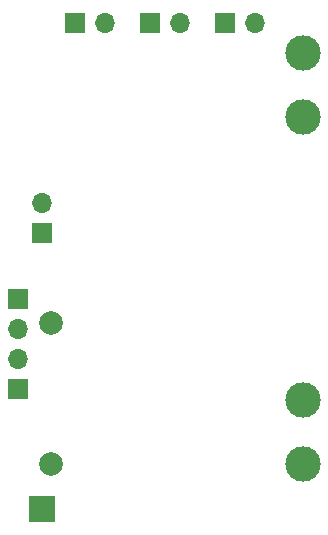
<source format=gbr>
G04 #@! TF.FileFunction,Soldermask,Bot*
%FSLAX46Y46*%
G04 Gerber Fmt 4.6, Leading zero omitted, Abs format (unit mm)*
G04 Created by KiCad (PCBNEW 4.0.7) date 01/05/18 16:25:35*
%MOMM*%
%LPD*%
G01*
G04 APERTURE LIST*
%ADD10C,0.100000*%
%ADD11R,1.700000X1.700000*%
%ADD12O,1.700000X1.700000*%
%ADD13R,2.235200X2.235200*%
%ADD14C,2.000000*%
%ADD15C,3.000000*%
G04 APERTURE END LIST*
D10*
D11*
X68072000Y-66040000D03*
D12*
X68072000Y-63500000D03*
D11*
X83566000Y-48260000D03*
D12*
X86106000Y-48260000D03*
D11*
X66040000Y-71628000D03*
D12*
X66040000Y-74168000D03*
D11*
X77216000Y-48260000D03*
D12*
X79756000Y-48260000D03*
D11*
X70866000Y-48260000D03*
D12*
X73406000Y-48260000D03*
D11*
X66040000Y-79248000D03*
D12*
X66040000Y-76708000D03*
D13*
X68072000Y-89408000D03*
D14*
X68880000Y-73690000D03*
D15*
X90170000Y-85600000D03*
X90170000Y-50800000D03*
D14*
X68880000Y-85600000D03*
D15*
X90170000Y-80200000D03*
X90170000Y-56200000D03*
M02*

</source>
